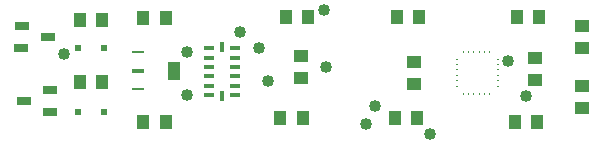
<source format=gbr>
G04 DipTrace 2.2.0.9*
%INTopPaste.gbr*%
%MOMM*%
%ADD33C,1.016*%
%ADD40R,0.991X1.626*%
%ADD42R,0.991X0.356*%
%ADD44R,0.991X0.279*%
%ADD46R,0.152X0.046*%
%ADD48R,0.046X0.152*%
%ADD50R,0.102X0.254*%
%ADD54R,0.348X0.942*%
%ADD56R,0.942X0.348*%
%ADD58R,0.61X0.61*%
%ADD62R,1.194X0.787*%
%ADD64R,1.297X1.097*%
%ADD66R,1.097X1.297*%
%ADD68R,0.254X0.102*%
%FSLAX53Y53*%
%SFA1B1*%
%OFA0B0*%
G04*
G71*
G90*
G75*
G01*
%LNTopPaste*%
%LPD*%
D33*
X37014Y16863D3*
X41742Y22910D3*
X58833Y15583D3*
X19714Y19137D3*
X50738Y12404D3*
X57291Y18521D3*
X46076Y14755D3*
X41923Y18070D3*
X34638Y21005D3*
X45301Y13179D3*
X36240Y19613D3*
X30131Y15682D3*
Y19295D3*
D68*
X45809Y17231D3*
D66*
X49620Y13738D3*
D64*
X39776Y18978D3*
D66*
X21042Y16755D3*
X39935Y13738D3*
X22947Y21994D3*
D62*
X16120Y21518D3*
D66*
X59781Y13421D3*
D58*
X20883Y14215D3*
D64*
X59622Y18819D3*
D62*
X18502Y14215D3*
D56*
X31997Y19613D3*
Y18832D3*
Y18044D3*
Y17257D3*
Y16470D3*
Y15682D3*
X34200Y19613D3*
X34206Y18832D3*
Y18044D3*
Y17257D3*
Y16470D3*
X34181Y15682D3*
D54*
X33089Y19746D3*
Y15555D3*
D62*
X18514Y16120D3*
X16292Y15155D3*
X16107Y19613D3*
X18330Y20578D3*
D66*
X21047Y21994D3*
D58*
X23106Y19613D3*
X20871D3*
D66*
X22942Y16755D3*
D58*
X23118Y14215D3*
D66*
X26440Y13421D3*
X28340D3*
X26440Y22153D3*
X28340D3*
X38506Y22312D3*
X40406D3*
D64*
X39776Y17078D3*
D68*
X45809Y17739D3*
Y18247D3*
Y18755D3*
D50*
X45301Y19390D3*
X44793D3*
X44285D3*
X43777D3*
D68*
X43269Y18755D3*
Y18247D3*
Y17739D3*
Y17231D3*
D50*
X43777Y16596D3*
X44285D3*
X44793D3*
X45301D3*
D66*
X47873Y22312D3*
X49773D3*
X59940D3*
X58040D3*
X38035Y13738D3*
D64*
X63591Y19613D3*
Y21513D3*
Y14532D3*
Y16432D3*
D66*
X57881Y13421D3*
D48*
X53557Y15714D3*
X54014D3*
X54446D3*
X54903D3*
X55361D3*
X55818D3*
D46*
X56427Y18660D3*
Y18203D3*
Y17746D3*
Y17289D3*
Y16831D3*
Y16374D3*
D48*
X53557Y19321D3*
X54014D3*
X54446D3*
X54903D3*
X55361D3*
X55818D3*
D46*
X52948Y18660D3*
Y18203D3*
Y17746D3*
Y17289D3*
Y16831D3*
Y16374D3*
D64*
X59622Y16919D3*
X49302Y18502D3*
Y16601D3*
D66*
X47720Y13738D3*
D44*
X25964Y19295D3*
D42*
X25971Y17726D3*
D44*
X25964Y16146D3*
D40*
X29019Y17700D3*
M02*

</source>
